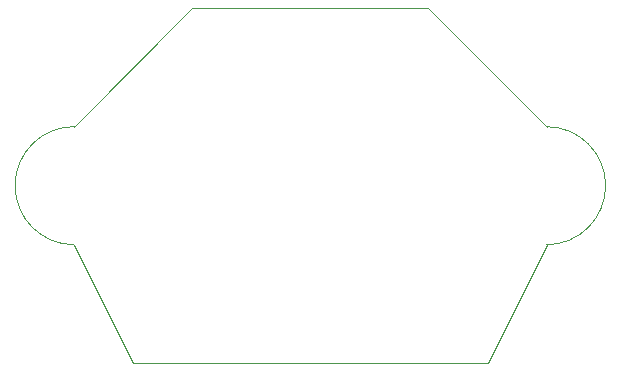
<source format=gbr>
%TF.GenerationSoftware,KiCad,Pcbnew,9.0.2*%
%TF.CreationDate,2025-06-12T16:07:02+02:00*%
%TF.ProjectId,engemil_pmw3901mb,656e6765-6d69-46c5-9f70-6d7733393031,1*%
%TF.SameCoordinates,Original*%
%TF.FileFunction,Profile,NP*%
%FSLAX46Y46*%
G04 Gerber Fmt 4.6, Leading zero omitted, Abs format (unit mm)*
G04 Created by KiCad (PCBNEW 9.0.2) date 2025-06-12 16:07:02*
%MOMM*%
%LPD*%
G01*
G04 APERTURE LIST*
%TA.AperFunction,Profile*%
%ADD10C,0.050000*%
%TD*%
G04 APERTURE END LIST*
D10*
X165000000Y-130000000D02*
X135000000Y-130000000D01*
X130000000Y-120000000D02*
G75*
G02*
X130000000Y-110000000I0J5000000D01*
G01*
X140000000Y-100000000D02*
X160000000Y-100000000D01*
X160000000Y-100000000D02*
X170000000Y-110000000D01*
X170000000Y-110000000D02*
G75*
G02*
X170000000Y-120000000I0J-5000000D01*
G01*
X130000000Y-120000000D02*
X135000000Y-130000000D01*
X165000000Y-130000000D02*
X170000000Y-120000000D01*
X140000000Y-100000000D02*
X130000000Y-110000000D01*
M02*

</source>
